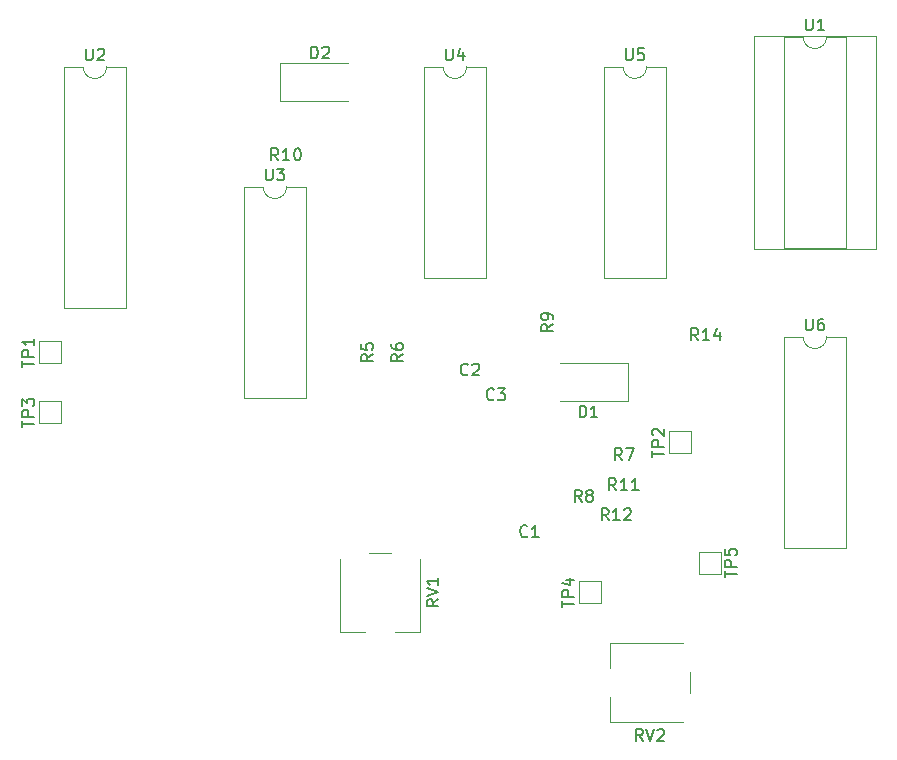
<source format=gbr>
%TF.GenerationSoftware,KiCad,Pcbnew,7.0.1*%
%TF.CreationDate,2023-04-06T21:37:19+03:00*%
%TF.ProjectId,BSPD,42535044-2e6b-4696-9361-645f70636258,rev?*%
%TF.SameCoordinates,Original*%
%TF.FileFunction,Legend,Top*%
%TF.FilePolarity,Positive*%
%FSLAX46Y46*%
G04 Gerber Fmt 4.6, Leading zero omitted, Abs format (unit mm)*
G04 Created by KiCad (PCBNEW 7.0.1) date 2023-04-06 21:37:19*
%MOMM*%
%LPD*%
G01*
G04 APERTURE LIST*
%ADD10C,0.150000*%
%ADD11C,0.120000*%
G04 APERTURE END LIST*
D10*
%TO.C,TP5*%
X72382619Y-59681904D02*
X72382619Y-59110476D01*
X73382619Y-59396190D02*
X72382619Y-59396190D01*
X73382619Y-58777142D02*
X72382619Y-58777142D01*
X72382619Y-58777142D02*
X72382619Y-58396190D01*
X72382619Y-58396190D02*
X72430238Y-58300952D01*
X72430238Y-58300952D02*
X72477857Y-58253333D01*
X72477857Y-58253333D02*
X72573095Y-58205714D01*
X72573095Y-58205714D02*
X72715952Y-58205714D01*
X72715952Y-58205714D02*
X72811190Y-58253333D01*
X72811190Y-58253333D02*
X72858809Y-58300952D01*
X72858809Y-58300952D02*
X72906428Y-58396190D01*
X72906428Y-58396190D02*
X72906428Y-58777142D01*
X72382619Y-57300952D02*
X72382619Y-57777142D01*
X72382619Y-57777142D02*
X72858809Y-57824761D01*
X72858809Y-57824761D02*
X72811190Y-57777142D01*
X72811190Y-57777142D02*
X72763571Y-57681904D01*
X72763571Y-57681904D02*
X72763571Y-57443809D01*
X72763571Y-57443809D02*
X72811190Y-57348571D01*
X72811190Y-57348571D02*
X72858809Y-57300952D01*
X72858809Y-57300952D02*
X72954047Y-57253333D01*
X72954047Y-57253333D02*
X73192142Y-57253333D01*
X73192142Y-57253333D02*
X73287380Y-57300952D01*
X73287380Y-57300952D02*
X73335000Y-57348571D01*
X73335000Y-57348571D02*
X73382619Y-57443809D01*
X73382619Y-57443809D02*
X73382619Y-57681904D01*
X73382619Y-57681904D02*
X73335000Y-57777142D01*
X73335000Y-57777142D02*
X73287380Y-57824761D01*
%TO.C,TP4*%
X58622619Y-62221904D02*
X58622619Y-61650476D01*
X59622619Y-61936190D02*
X58622619Y-61936190D01*
X59622619Y-61317142D02*
X58622619Y-61317142D01*
X58622619Y-61317142D02*
X58622619Y-60936190D01*
X58622619Y-60936190D02*
X58670238Y-60840952D01*
X58670238Y-60840952D02*
X58717857Y-60793333D01*
X58717857Y-60793333D02*
X58813095Y-60745714D01*
X58813095Y-60745714D02*
X58955952Y-60745714D01*
X58955952Y-60745714D02*
X59051190Y-60793333D01*
X59051190Y-60793333D02*
X59098809Y-60840952D01*
X59098809Y-60840952D02*
X59146428Y-60936190D01*
X59146428Y-60936190D02*
X59146428Y-61317142D01*
X58955952Y-59888571D02*
X59622619Y-59888571D01*
X58575000Y-60126666D02*
X59289285Y-60364761D01*
X59289285Y-60364761D02*
X59289285Y-59745714D01*
%TO.C,TP3*%
X12902619Y-46981904D02*
X12902619Y-46410476D01*
X13902619Y-46696190D02*
X12902619Y-46696190D01*
X13902619Y-46077142D02*
X12902619Y-46077142D01*
X12902619Y-46077142D02*
X12902619Y-45696190D01*
X12902619Y-45696190D02*
X12950238Y-45600952D01*
X12950238Y-45600952D02*
X12997857Y-45553333D01*
X12997857Y-45553333D02*
X13093095Y-45505714D01*
X13093095Y-45505714D02*
X13235952Y-45505714D01*
X13235952Y-45505714D02*
X13331190Y-45553333D01*
X13331190Y-45553333D02*
X13378809Y-45600952D01*
X13378809Y-45600952D02*
X13426428Y-45696190D01*
X13426428Y-45696190D02*
X13426428Y-46077142D01*
X12902619Y-45172380D02*
X12902619Y-44553333D01*
X12902619Y-44553333D02*
X13283571Y-44886666D01*
X13283571Y-44886666D02*
X13283571Y-44743809D01*
X13283571Y-44743809D02*
X13331190Y-44648571D01*
X13331190Y-44648571D02*
X13378809Y-44600952D01*
X13378809Y-44600952D02*
X13474047Y-44553333D01*
X13474047Y-44553333D02*
X13712142Y-44553333D01*
X13712142Y-44553333D02*
X13807380Y-44600952D01*
X13807380Y-44600952D02*
X13855000Y-44648571D01*
X13855000Y-44648571D02*
X13902619Y-44743809D01*
X13902619Y-44743809D02*
X13902619Y-45029523D01*
X13902619Y-45029523D02*
X13855000Y-45124761D01*
X13855000Y-45124761D02*
X13807380Y-45172380D01*
%TO.C,TP2*%
X66242619Y-49521904D02*
X66242619Y-48950476D01*
X67242619Y-49236190D02*
X66242619Y-49236190D01*
X67242619Y-48617142D02*
X66242619Y-48617142D01*
X66242619Y-48617142D02*
X66242619Y-48236190D01*
X66242619Y-48236190D02*
X66290238Y-48140952D01*
X66290238Y-48140952D02*
X66337857Y-48093333D01*
X66337857Y-48093333D02*
X66433095Y-48045714D01*
X66433095Y-48045714D02*
X66575952Y-48045714D01*
X66575952Y-48045714D02*
X66671190Y-48093333D01*
X66671190Y-48093333D02*
X66718809Y-48140952D01*
X66718809Y-48140952D02*
X66766428Y-48236190D01*
X66766428Y-48236190D02*
X66766428Y-48617142D01*
X66337857Y-47664761D02*
X66290238Y-47617142D01*
X66290238Y-47617142D02*
X66242619Y-47521904D01*
X66242619Y-47521904D02*
X66242619Y-47283809D01*
X66242619Y-47283809D02*
X66290238Y-47188571D01*
X66290238Y-47188571D02*
X66337857Y-47140952D01*
X66337857Y-47140952D02*
X66433095Y-47093333D01*
X66433095Y-47093333D02*
X66528333Y-47093333D01*
X66528333Y-47093333D02*
X66671190Y-47140952D01*
X66671190Y-47140952D02*
X67242619Y-47712380D01*
X67242619Y-47712380D02*
X67242619Y-47093333D01*
%TO.C,TP1*%
X12902619Y-41901904D02*
X12902619Y-41330476D01*
X13902619Y-41616190D02*
X12902619Y-41616190D01*
X13902619Y-40997142D02*
X12902619Y-40997142D01*
X12902619Y-40997142D02*
X12902619Y-40616190D01*
X12902619Y-40616190D02*
X12950238Y-40520952D01*
X12950238Y-40520952D02*
X12997857Y-40473333D01*
X12997857Y-40473333D02*
X13093095Y-40425714D01*
X13093095Y-40425714D02*
X13235952Y-40425714D01*
X13235952Y-40425714D02*
X13331190Y-40473333D01*
X13331190Y-40473333D02*
X13378809Y-40520952D01*
X13378809Y-40520952D02*
X13426428Y-40616190D01*
X13426428Y-40616190D02*
X13426428Y-40997142D01*
X13902619Y-39473333D02*
X13902619Y-40044761D01*
X13902619Y-39759047D02*
X12902619Y-39759047D01*
X12902619Y-39759047D02*
X13045476Y-39854285D01*
X13045476Y-39854285D02*
X13140714Y-39949523D01*
X13140714Y-39949523D02*
X13188333Y-40044761D01*
%TO.C,U1*%
X79248095Y-12372619D02*
X79248095Y-13182142D01*
X79248095Y-13182142D02*
X79295714Y-13277380D01*
X79295714Y-13277380D02*
X79343333Y-13325000D01*
X79343333Y-13325000D02*
X79438571Y-13372619D01*
X79438571Y-13372619D02*
X79629047Y-13372619D01*
X79629047Y-13372619D02*
X79724285Y-13325000D01*
X79724285Y-13325000D02*
X79771904Y-13277380D01*
X79771904Y-13277380D02*
X79819523Y-13182142D01*
X79819523Y-13182142D02*
X79819523Y-12372619D01*
X80819523Y-13372619D02*
X80248095Y-13372619D01*
X80533809Y-13372619D02*
X80533809Y-12372619D01*
X80533809Y-12372619D02*
X80438571Y-12515476D01*
X80438571Y-12515476D02*
X80343333Y-12610714D01*
X80343333Y-12610714D02*
X80248095Y-12658333D01*
%TO.C,C2*%
X50633333Y-42497380D02*
X50585714Y-42545000D01*
X50585714Y-42545000D02*
X50442857Y-42592619D01*
X50442857Y-42592619D02*
X50347619Y-42592619D01*
X50347619Y-42592619D02*
X50204762Y-42545000D01*
X50204762Y-42545000D02*
X50109524Y-42449761D01*
X50109524Y-42449761D02*
X50061905Y-42354523D01*
X50061905Y-42354523D02*
X50014286Y-42164047D01*
X50014286Y-42164047D02*
X50014286Y-42021190D01*
X50014286Y-42021190D02*
X50061905Y-41830714D01*
X50061905Y-41830714D02*
X50109524Y-41735476D01*
X50109524Y-41735476D02*
X50204762Y-41640238D01*
X50204762Y-41640238D02*
X50347619Y-41592619D01*
X50347619Y-41592619D02*
X50442857Y-41592619D01*
X50442857Y-41592619D02*
X50585714Y-41640238D01*
X50585714Y-41640238D02*
X50633333Y-41687857D01*
X51014286Y-41687857D02*
X51061905Y-41640238D01*
X51061905Y-41640238D02*
X51157143Y-41592619D01*
X51157143Y-41592619D02*
X51395238Y-41592619D01*
X51395238Y-41592619D02*
X51490476Y-41640238D01*
X51490476Y-41640238D02*
X51538095Y-41687857D01*
X51538095Y-41687857D02*
X51585714Y-41783095D01*
X51585714Y-41783095D02*
X51585714Y-41878333D01*
X51585714Y-41878333D02*
X51538095Y-42021190D01*
X51538095Y-42021190D02*
X50966667Y-42592619D01*
X50966667Y-42592619D02*
X51585714Y-42592619D01*
%TO.C,RV1*%
X48142619Y-61555238D02*
X47666428Y-61888571D01*
X48142619Y-62126666D02*
X47142619Y-62126666D01*
X47142619Y-62126666D02*
X47142619Y-61745714D01*
X47142619Y-61745714D02*
X47190238Y-61650476D01*
X47190238Y-61650476D02*
X47237857Y-61602857D01*
X47237857Y-61602857D02*
X47333095Y-61555238D01*
X47333095Y-61555238D02*
X47475952Y-61555238D01*
X47475952Y-61555238D02*
X47571190Y-61602857D01*
X47571190Y-61602857D02*
X47618809Y-61650476D01*
X47618809Y-61650476D02*
X47666428Y-61745714D01*
X47666428Y-61745714D02*
X47666428Y-62126666D01*
X47142619Y-61269523D02*
X48142619Y-60936190D01*
X48142619Y-60936190D02*
X47142619Y-60602857D01*
X48142619Y-59745714D02*
X48142619Y-60317142D01*
X48142619Y-60031428D02*
X47142619Y-60031428D01*
X47142619Y-60031428D02*
X47285476Y-60126666D01*
X47285476Y-60126666D02*
X47380714Y-60221904D01*
X47380714Y-60221904D02*
X47428333Y-60317142D01*
%TO.C,R14*%
X70132142Y-39612619D02*
X69798809Y-39136428D01*
X69560714Y-39612619D02*
X69560714Y-38612619D01*
X69560714Y-38612619D02*
X69941666Y-38612619D01*
X69941666Y-38612619D02*
X70036904Y-38660238D01*
X70036904Y-38660238D02*
X70084523Y-38707857D01*
X70084523Y-38707857D02*
X70132142Y-38803095D01*
X70132142Y-38803095D02*
X70132142Y-38945952D01*
X70132142Y-38945952D02*
X70084523Y-39041190D01*
X70084523Y-39041190D02*
X70036904Y-39088809D01*
X70036904Y-39088809D02*
X69941666Y-39136428D01*
X69941666Y-39136428D02*
X69560714Y-39136428D01*
X71084523Y-39612619D02*
X70513095Y-39612619D01*
X70798809Y-39612619D02*
X70798809Y-38612619D01*
X70798809Y-38612619D02*
X70703571Y-38755476D01*
X70703571Y-38755476D02*
X70608333Y-38850714D01*
X70608333Y-38850714D02*
X70513095Y-38898333D01*
X71941666Y-38945952D02*
X71941666Y-39612619D01*
X71703571Y-38565000D02*
X71465476Y-39279285D01*
X71465476Y-39279285D02*
X72084523Y-39279285D01*
%TO.C,U3*%
X33528095Y-25072619D02*
X33528095Y-25882142D01*
X33528095Y-25882142D02*
X33575714Y-25977380D01*
X33575714Y-25977380D02*
X33623333Y-26025000D01*
X33623333Y-26025000D02*
X33718571Y-26072619D01*
X33718571Y-26072619D02*
X33909047Y-26072619D01*
X33909047Y-26072619D02*
X34004285Y-26025000D01*
X34004285Y-26025000D02*
X34051904Y-25977380D01*
X34051904Y-25977380D02*
X34099523Y-25882142D01*
X34099523Y-25882142D02*
X34099523Y-25072619D01*
X34480476Y-25072619D02*
X35099523Y-25072619D01*
X35099523Y-25072619D02*
X34766190Y-25453571D01*
X34766190Y-25453571D02*
X34909047Y-25453571D01*
X34909047Y-25453571D02*
X35004285Y-25501190D01*
X35004285Y-25501190D02*
X35051904Y-25548809D01*
X35051904Y-25548809D02*
X35099523Y-25644047D01*
X35099523Y-25644047D02*
X35099523Y-25882142D01*
X35099523Y-25882142D02*
X35051904Y-25977380D01*
X35051904Y-25977380D02*
X35004285Y-26025000D01*
X35004285Y-26025000D02*
X34909047Y-26072619D01*
X34909047Y-26072619D02*
X34623333Y-26072619D01*
X34623333Y-26072619D02*
X34528095Y-26025000D01*
X34528095Y-26025000D02*
X34480476Y-25977380D01*
%TO.C,R12*%
X62537142Y-54852619D02*
X62203809Y-54376428D01*
X61965714Y-54852619D02*
X61965714Y-53852619D01*
X61965714Y-53852619D02*
X62346666Y-53852619D01*
X62346666Y-53852619D02*
X62441904Y-53900238D01*
X62441904Y-53900238D02*
X62489523Y-53947857D01*
X62489523Y-53947857D02*
X62537142Y-54043095D01*
X62537142Y-54043095D02*
X62537142Y-54185952D01*
X62537142Y-54185952D02*
X62489523Y-54281190D01*
X62489523Y-54281190D02*
X62441904Y-54328809D01*
X62441904Y-54328809D02*
X62346666Y-54376428D01*
X62346666Y-54376428D02*
X61965714Y-54376428D01*
X63489523Y-54852619D02*
X62918095Y-54852619D01*
X63203809Y-54852619D02*
X63203809Y-53852619D01*
X63203809Y-53852619D02*
X63108571Y-53995476D01*
X63108571Y-53995476D02*
X63013333Y-54090714D01*
X63013333Y-54090714D02*
X62918095Y-54138333D01*
X63870476Y-53947857D02*
X63918095Y-53900238D01*
X63918095Y-53900238D02*
X64013333Y-53852619D01*
X64013333Y-53852619D02*
X64251428Y-53852619D01*
X64251428Y-53852619D02*
X64346666Y-53900238D01*
X64346666Y-53900238D02*
X64394285Y-53947857D01*
X64394285Y-53947857D02*
X64441904Y-54043095D01*
X64441904Y-54043095D02*
X64441904Y-54138333D01*
X64441904Y-54138333D02*
X64394285Y-54281190D01*
X64394285Y-54281190D02*
X63822857Y-54852619D01*
X63822857Y-54852619D02*
X64441904Y-54852619D01*
%TO.C,U4*%
X48768095Y-14912619D02*
X48768095Y-15722142D01*
X48768095Y-15722142D02*
X48815714Y-15817380D01*
X48815714Y-15817380D02*
X48863333Y-15865000D01*
X48863333Y-15865000D02*
X48958571Y-15912619D01*
X48958571Y-15912619D02*
X49149047Y-15912619D01*
X49149047Y-15912619D02*
X49244285Y-15865000D01*
X49244285Y-15865000D02*
X49291904Y-15817380D01*
X49291904Y-15817380D02*
X49339523Y-15722142D01*
X49339523Y-15722142D02*
X49339523Y-14912619D01*
X50244285Y-15245952D02*
X50244285Y-15912619D01*
X50006190Y-14865000D02*
X49768095Y-15579285D01*
X49768095Y-15579285D02*
X50387142Y-15579285D01*
%TO.C,U2*%
X18288095Y-14912619D02*
X18288095Y-15722142D01*
X18288095Y-15722142D02*
X18335714Y-15817380D01*
X18335714Y-15817380D02*
X18383333Y-15865000D01*
X18383333Y-15865000D02*
X18478571Y-15912619D01*
X18478571Y-15912619D02*
X18669047Y-15912619D01*
X18669047Y-15912619D02*
X18764285Y-15865000D01*
X18764285Y-15865000D02*
X18811904Y-15817380D01*
X18811904Y-15817380D02*
X18859523Y-15722142D01*
X18859523Y-15722142D02*
X18859523Y-14912619D01*
X19288095Y-15007857D02*
X19335714Y-14960238D01*
X19335714Y-14960238D02*
X19430952Y-14912619D01*
X19430952Y-14912619D02*
X19669047Y-14912619D01*
X19669047Y-14912619D02*
X19764285Y-14960238D01*
X19764285Y-14960238D02*
X19811904Y-15007857D01*
X19811904Y-15007857D02*
X19859523Y-15103095D01*
X19859523Y-15103095D02*
X19859523Y-15198333D01*
X19859523Y-15198333D02*
X19811904Y-15341190D01*
X19811904Y-15341190D02*
X19240476Y-15912619D01*
X19240476Y-15912619D02*
X19859523Y-15912619D01*
%TO.C,U6*%
X79248095Y-37772619D02*
X79248095Y-38582142D01*
X79248095Y-38582142D02*
X79295714Y-38677380D01*
X79295714Y-38677380D02*
X79343333Y-38725000D01*
X79343333Y-38725000D02*
X79438571Y-38772619D01*
X79438571Y-38772619D02*
X79629047Y-38772619D01*
X79629047Y-38772619D02*
X79724285Y-38725000D01*
X79724285Y-38725000D02*
X79771904Y-38677380D01*
X79771904Y-38677380D02*
X79819523Y-38582142D01*
X79819523Y-38582142D02*
X79819523Y-37772619D01*
X80724285Y-37772619D02*
X80533809Y-37772619D01*
X80533809Y-37772619D02*
X80438571Y-37820238D01*
X80438571Y-37820238D02*
X80390952Y-37867857D01*
X80390952Y-37867857D02*
X80295714Y-38010714D01*
X80295714Y-38010714D02*
X80248095Y-38201190D01*
X80248095Y-38201190D02*
X80248095Y-38582142D01*
X80248095Y-38582142D02*
X80295714Y-38677380D01*
X80295714Y-38677380D02*
X80343333Y-38725000D01*
X80343333Y-38725000D02*
X80438571Y-38772619D01*
X80438571Y-38772619D02*
X80629047Y-38772619D01*
X80629047Y-38772619D02*
X80724285Y-38725000D01*
X80724285Y-38725000D02*
X80771904Y-38677380D01*
X80771904Y-38677380D02*
X80819523Y-38582142D01*
X80819523Y-38582142D02*
X80819523Y-38344047D01*
X80819523Y-38344047D02*
X80771904Y-38248809D01*
X80771904Y-38248809D02*
X80724285Y-38201190D01*
X80724285Y-38201190D02*
X80629047Y-38153571D01*
X80629047Y-38153571D02*
X80438571Y-38153571D01*
X80438571Y-38153571D02*
X80343333Y-38201190D01*
X80343333Y-38201190D02*
X80295714Y-38248809D01*
X80295714Y-38248809D02*
X80248095Y-38344047D01*
%TO.C,R10*%
X34572142Y-24372619D02*
X34238809Y-23896428D01*
X34000714Y-24372619D02*
X34000714Y-23372619D01*
X34000714Y-23372619D02*
X34381666Y-23372619D01*
X34381666Y-23372619D02*
X34476904Y-23420238D01*
X34476904Y-23420238D02*
X34524523Y-23467857D01*
X34524523Y-23467857D02*
X34572142Y-23563095D01*
X34572142Y-23563095D02*
X34572142Y-23705952D01*
X34572142Y-23705952D02*
X34524523Y-23801190D01*
X34524523Y-23801190D02*
X34476904Y-23848809D01*
X34476904Y-23848809D02*
X34381666Y-23896428D01*
X34381666Y-23896428D02*
X34000714Y-23896428D01*
X35524523Y-24372619D02*
X34953095Y-24372619D01*
X35238809Y-24372619D02*
X35238809Y-23372619D01*
X35238809Y-23372619D02*
X35143571Y-23515476D01*
X35143571Y-23515476D02*
X35048333Y-23610714D01*
X35048333Y-23610714D02*
X34953095Y-23658333D01*
X36143571Y-23372619D02*
X36238809Y-23372619D01*
X36238809Y-23372619D02*
X36334047Y-23420238D01*
X36334047Y-23420238D02*
X36381666Y-23467857D01*
X36381666Y-23467857D02*
X36429285Y-23563095D01*
X36429285Y-23563095D02*
X36476904Y-23753571D01*
X36476904Y-23753571D02*
X36476904Y-23991666D01*
X36476904Y-23991666D02*
X36429285Y-24182142D01*
X36429285Y-24182142D02*
X36381666Y-24277380D01*
X36381666Y-24277380D02*
X36334047Y-24325000D01*
X36334047Y-24325000D02*
X36238809Y-24372619D01*
X36238809Y-24372619D02*
X36143571Y-24372619D01*
X36143571Y-24372619D02*
X36048333Y-24325000D01*
X36048333Y-24325000D02*
X36000714Y-24277380D01*
X36000714Y-24277380D02*
X35953095Y-24182142D01*
X35953095Y-24182142D02*
X35905476Y-23991666D01*
X35905476Y-23991666D02*
X35905476Y-23753571D01*
X35905476Y-23753571D02*
X35953095Y-23563095D01*
X35953095Y-23563095D02*
X36000714Y-23467857D01*
X36000714Y-23467857D02*
X36048333Y-23420238D01*
X36048333Y-23420238D02*
X36143571Y-23372619D01*
%TO.C,D2*%
X37361905Y-15742619D02*
X37361905Y-14742619D01*
X37361905Y-14742619D02*
X37600000Y-14742619D01*
X37600000Y-14742619D02*
X37742857Y-14790238D01*
X37742857Y-14790238D02*
X37838095Y-14885476D01*
X37838095Y-14885476D02*
X37885714Y-14980714D01*
X37885714Y-14980714D02*
X37933333Y-15171190D01*
X37933333Y-15171190D02*
X37933333Y-15314047D01*
X37933333Y-15314047D02*
X37885714Y-15504523D01*
X37885714Y-15504523D02*
X37838095Y-15599761D01*
X37838095Y-15599761D02*
X37742857Y-15695000D01*
X37742857Y-15695000D02*
X37600000Y-15742619D01*
X37600000Y-15742619D02*
X37361905Y-15742619D01*
X38314286Y-14837857D02*
X38361905Y-14790238D01*
X38361905Y-14790238D02*
X38457143Y-14742619D01*
X38457143Y-14742619D02*
X38695238Y-14742619D01*
X38695238Y-14742619D02*
X38790476Y-14790238D01*
X38790476Y-14790238D02*
X38838095Y-14837857D01*
X38838095Y-14837857D02*
X38885714Y-14933095D01*
X38885714Y-14933095D02*
X38885714Y-15028333D01*
X38885714Y-15028333D02*
X38838095Y-15171190D01*
X38838095Y-15171190D02*
X38266667Y-15742619D01*
X38266667Y-15742619D02*
X38885714Y-15742619D01*
%TO.C,C1*%
X55671421Y-56187380D02*
X55623802Y-56235000D01*
X55623802Y-56235000D02*
X55480945Y-56282619D01*
X55480945Y-56282619D02*
X55385707Y-56282619D01*
X55385707Y-56282619D02*
X55242850Y-56235000D01*
X55242850Y-56235000D02*
X55147612Y-56139761D01*
X55147612Y-56139761D02*
X55099993Y-56044523D01*
X55099993Y-56044523D02*
X55052374Y-55854047D01*
X55052374Y-55854047D02*
X55052374Y-55711190D01*
X55052374Y-55711190D02*
X55099993Y-55520714D01*
X55099993Y-55520714D02*
X55147612Y-55425476D01*
X55147612Y-55425476D02*
X55242850Y-55330238D01*
X55242850Y-55330238D02*
X55385707Y-55282619D01*
X55385707Y-55282619D02*
X55480945Y-55282619D01*
X55480945Y-55282619D02*
X55623802Y-55330238D01*
X55623802Y-55330238D02*
X55671421Y-55377857D01*
X56623802Y-56282619D02*
X56052374Y-56282619D01*
X56338088Y-56282619D02*
X56338088Y-55282619D01*
X56338088Y-55282619D02*
X56242850Y-55425476D01*
X56242850Y-55425476D02*
X56147612Y-55520714D01*
X56147612Y-55520714D02*
X56052374Y-55568333D01*
%TO.C,R5*%
X42592619Y-40806666D02*
X42116428Y-41139999D01*
X42592619Y-41378094D02*
X41592619Y-41378094D01*
X41592619Y-41378094D02*
X41592619Y-40997142D01*
X41592619Y-40997142D02*
X41640238Y-40901904D01*
X41640238Y-40901904D02*
X41687857Y-40854285D01*
X41687857Y-40854285D02*
X41783095Y-40806666D01*
X41783095Y-40806666D02*
X41925952Y-40806666D01*
X41925952Y-40806666D02*
X42021190Y-40854285D01*
X42021190Y-40854285D02*
X42068809Y-40901904D01*
X42068809Y-40901904D02*
X42116428Y-40997142D01*
X42116428Y-40997142D02*
X42116428Y-41378094D01*
X41592619Y-39901904D02*
X41592619Y-40378094D01*
X41592619Y-40378094D02*
X42068809Y-40425713D01*
X42068809Y-40425713D02*
X42021190Y-40378094D01*
X42021190Y-40378094D02*
X41973571Y-40282856D01*
X41973571Y-40282856D02*
X41973571Y-40044761D01*
X41973571Y-40044761D02*
X42021190Y-39949523D01*
X42021190Y-39949523D02*
X42068809Y-39901904D01*
X42068809Y-39901904D02*
X42164047Y-39854285D01*
X42164047Y-39854285D02*
X42402142Y-39854285D01*
X42402142Y-39854285D02*
X42497380Y-39901904D01*
X42497380Y-39901904D02*
X42545000Y-39949523D01*
X42545000Y-39949523D02*
X42592619Y-40044761D01*
X42592619Y-40044761D02*
X42592619Y-40282856D01*
X42592619Y-40282856D02*
X42545000Y-40378094D01*
X42545000Y-40378094D02*
X42497380Y-40425713D01*
%TO.C,C3*%
X52828333Y-44597380D02*
X52780714Y-44645000D01*
X52780714Y-44645000D02*
X52637857Y-44692619D01*
X52637857Y-44692619D02*
X52542619Y-44692619D01*
X52542619Y-44692619D02*
X52399762Y-44645000D01*
X52399762Y-44645000D02*
X52304524Y-44549761D01*
X52304524Y-44549761D02*
X52256905Y-44454523D01*
X52256905Y-44454523D02*
X52209286Y-44264047D01*
X52209286Y-44264047D02*
X52209286Y-44121190D01*
X52209286Y-44121190D02*
X52256905Y-43930714D01*
X52256905Y-43930714D02*
X52304524Y-43835476D01*
X52304524Y-43835476D02*
X52399762Y-43740238D01*
X52399762Y-43740238D02*
X52542619Y-43692619D01*
X52542619Y-43692619D02*
X52637857Y-43692619D01*
X52637857Y-43692619D02*
X52780714Y-43740238D01*
X52780714Y-43740238D02*
X52828333Y-43787857D01*
X53161667Y-43692619D02*
X53780714Y-43692619D01*
X53780714Y-43692619D02*
X53447381Y-44073571D01*
X53447381Y-44073571D02*
X53590238Y-44073571D01*
X53590238Y-44073571D02*
X53685476Y-44121190D01*
X53685476Y-44121190D02*
X53733095Y-44168809D01*
X53733095Y-44168809D02*
X53780714Y-44264047D01*
X53780714Y-44264047D02*
X53780714Y-44502142D01*
X53780714Y-44502142D02*
X53733095Y-44597380D01*
X53733095Y-44597380D02*
X53685476Y-44645000D01*
X53685476Y-44645000D02*
X53590238Y-44692619D01*
X53590238Y-44692619D02*
X53304524Y-44692619D01*
X53304524Y-44692619D02*
X53209286Y-44645000D01*
X53209286Y-44645000D02*
X53161667Y-44597380D01*
%TO.C,D1*%
X60081905Y-46142619D02*
X60081905Y-45142619D01*
X60081905Y-45142619D02*
X60320000Y-45142619D01*
X60320000Y-45142619D02*
X60462857Y-45190238D01*
X60462857Y-45190238D02*
X60558095Y-45285476D01*
X60558095Y-45285476D02*
X60605714Y-45380714D01*
X60605714Y-45380714D02*
X60653333Y-45571190D01*
X60653333Y-45571190D02*
X60653333Y-45714047D01*
X60653333Y-45714047D02*
X60605714Y-45904523D01*
X60605714Y-45904523D02*
X60558095Y-45999761D01*
X60558095Y-45999761D02*
X60462857Y-46095000D01*
X60462857Y-46095000D02*
X60320000Y-46142619D01*
X60320000Y-46142619D02*
X60081905Y-46142619D01*
X61605714Y-46142619D02*
X61034286Y-46142619D01*
X61320000Y-46142619D02*
X61320000Y-45142619D01*
X61320000Y-45142619D02*
X61224762Y-45285476D01*
X61224762Y-45285476D02*
X61129524Y-45380714D01*
X61129524Y-45380714D02*
X61034286Y-45428333D01*
%TO.C,RV2*%
X65444761Y-73542619D02*
X65111428Y-73066428D01*
X64873333Y-73542619D02*
X64873333Y-72542619D01*
X64873333Y-72542619D02*
X65254285Y-72542619D01*
X65254285Y-72542619D02*
X65349523Y-72590238D01*
X65349523Y-72590238D02*
X65397142Y-72637857D01*
X65397142Y-72637857D02*
X65444761Y-72733095D01*
X65444761Y-72733095D02*
X65444761Y-72875952D01*
X65444761Y-72875952D02*
X65397142Y-72971190D01*
X65397142Y-72971190D02*
X65349523Y-73018809D01*
X65349523Y-73018809D02*
X65254285Y-73066428D01*
X65254285Y-73066428D02*
X64873333Y-73066428D01*
X65730476Y-72542619D02*
X66063809Y-73542619D01*
X66063809Y-73542619D02*
X66397142Y-72542619D01*
X66682857Y-72637857D02*
X66730476Y-72590238D01*
X66730476Y-72590238D02*
X66825714Y-72542619D01*
X66825714Y-72542619D02*
X67063809Y-72542619D01*
X67063809Y-72542619D02*
X67159047Y-72590238D01*
X67159047Y-72590238D02*
X67206666Y-72637857D01*
X67206666Y-72637857D02*
X67254285Y-72733095D01*
X67254285Y-72733095D02*
X67254285Y-72828333D01*
X67254285Y-72828333D02*
X67206666Y-72971190D01*
X67206666Y-72971190D02*
X66635238Y-73542619D01*
X66635238Y-73542619D02*
X67254285Y-73542619D01*
%TO.C,R11*%
X63177142Y-52312619D02*
X62843809Y-51836428D01*
X62605714Y-52312619D02*
X62605714Y-51312619D01*
X62605714Y-51312619D02*
X62986666Y-51312619D01*
X62986666Y-51312619D02*
X63081904Y-51360238D01*
X63081904Y-51360238D02*
X63129523Y-51407857D01*
X63129523Y-51407857D02*
X63177142Y-51503095D01*
X63177142Y-51503095D02*
X63177142Y-51645952D01*
X63177142Y-51645952D02*
X63129523Y-51741190D01*
X63129523Y-51741190D02*
X63081904Y-51788809D01*
X63081904Y-51788809D02*
X62986666Y-51836428D01*
X62986666Y-51836428D02*
X62605714Y-51836428D01*
X64129523Y-52312619D02*
X63558095Y-52312619D01*
X63843809Y-52312619D02*
X63843809Y-51312619D01*
X63843809Y-51312619D02*
X63748571Y-51455476D01*
X63748571Y-51455476D02*
X63653333Y-51550714D01*
X63653333Y-51550714D02*
X63558095Y-51598333D01*
X65081904Y-52312619D02*
X64510476Y-52312619D01*
X64796190Y-52312619D02*
X64796190Y-51312619D01*
X64796190Y-51312619D02*
X64700952Y-51455476D01*
X64700952Y-51455476D02*
X64605714Y-51550714D01*
X64605714Y-51550714D02*
X64510476Y-51598333D01*
%TO.C,R9*%
X57832619Y-38266666D02*
X57356428Y-38599999D01*
X57832619Y-38838094D02*
X56832619Y-38838094D01*
X56832619Y-38838094D02*
X56832619Y-38457142D01*
X56832619Y-38457142D02*
X56880238Y-38361904D01*
X56880238Y-38361904D02*
X56927857Y-38314285D01*
X56927857Y-38314285D02*
X57023095Y-38266666D01*
X57023095Y-38266666D02*
X57165952Y-38266666D01*
X57165952Y-38266666D02*
X57261190Y-38314285D01*
X57261190Y-38314285D02*
X57308809Y-38361904D01*
X57308809Y-38361904D02*
X57356428Y-38457142D01*
X57356428Y-38457142D02*
X57356428Y-38838094D01*
X57832619Y-37790475D02*
X57832619Y-37599999D01*
X57832619Y-37599999D02*
X57785000Y-37504761D01*
X57785000Y-37504761D02*
X57737380Y-37457142D01*
X57737380Y-37457142D02*
X57594523Y-37361904D01*
X57594523Y-37361904D02*
X57404047Y-37314285D01*
X57404047Y-37314285D02*
X57023095Y-37314285D01*
X57023095Y-37314285D02*
X56927857Y-37361904D01*
X56927857Y-37361904D02*
X56880238Y-37409523D01*
X56880238Y-37409523D02*
X56832619Y-37504761D01*
X56832619Y-37504761D02*
X56832619Y-37695237D01*
X56832619Y-37695237D02*
X56880238Y-37790475D01*
X56880238Y-37790475D02*
X56927857Y-37838094D01*
X56927857Y-37838094D02*
X57023095Y-37885713D01*
X57023095Y-37885713D02*
X57261190Y-37885713D01*
X57261190Y-37885713D02*
X57356428Y-37838094D01*
X57356428Y-37838094D02*
X57404047Y-37790475D01*
X57404047Y-37790475D02*
X57451666Y-37695237D01*
X57451666Y-37695237D02*
X57451666Y-37504761D01*
X57451666Y-37504761D02*
X57404047Y-37409523D01*
X57404047Y-37409523D02*
X57356428Y-37361904D01*
X57356428Y-37361904D02*
X57261190Y-37314285D01*
%TO.C,R6*%
X45132619Y-40806666D02*
X44656428Y-41139999D01*
X45132619Y-41378094D02*
X44132619Y-41378094D01*
X44132619Y-41378094D02*
X44132619Y-40997142D01*
X44132619Y-40997142D02*
X44180238Y-40901904D01*
X44180238Y-40901904D02*
X44227857Y-40854285D01*
X44227857Y-40854285D02*
X44323095Y-40806666D01*
X44323095Y-40806666D02*
X44465952Y-40806666D01*
X44465952Y-40806666D02*
X44561190Y-40854285D01*
X44561190Y-40854285D02*
X44608809Y-40901904D01*
X44608809Y-40901904D02*
X44656428Y-40997142D01*
X44656428Y-40997142D02*
X44656428Y-41378094D01*
X44132619Y-39949523D02*
X44132619Y-40139999D01*
X44132619Y-40139999D02*
X44180238Y-40235237D01*
X44180238Y-40235237D02*
X44227857Y-40282856D01*
X44227857Y-40282856D02*
X44370714Y-40378094D01*
X44370714Y-40378094D02*
X44561190Y-40425713D01*
X44561190Y-40425713D02*
X44942142Y-40425713D01*
X44942142Y-40425713D02*
X45037380Y-40378094D01*
X45037380Y-40378094D02*
X45085000Y-40330475D01*
X45085000Y-40330475D02*
X45132619Y-40235237D01*
X45132619Y-40235237D02*
X45132619Y-40044761D01*
X45132619Y-40044761D02*
X45085000Y-39949523D01*
X45085000Y-39949523D02*
X45037380Y-39901904D01*
X45037380Y-39901904D02*
X44942142Y-39854285D01*
X44942142Y-39854285D02*
X44704047Y-39854285D01*
X44704047Y-39854285D02*
X44608809Y-39901904D01*
X44608809Y-39901904D02*
X44561190Y-39949523D01*
X44561190Y-39949523D02*
X44513571Y-40044761D01*
X44513571Y-40044761D02*
X44513571Y-40235237D01*
X44513571Y-40235237D02*
X44561190Y-40330475D01*
X44561190Y-40330475D02*
X44608809Y-40378094D01*
X44608809Y-40378094D02*
X44704047Y-40425713D01*
%TO.C,U5*%
X64008095Y-14907619D02*
X64008095Y-15717142D01*
X64008095Y-15717142D02*
X64055714Y-15812380D01*
X64055714Y-15812380D02*
X64103333Y-15860000D01*
X64103333Y-15860000D02*
X64198571Y-15907619D01*
X64198571Y-15907619D02*
X64389047Y-15907619D01*
X64389047Y-15907619D02*
X64484285Y-15860000D01*
X64484285Y-15860000D02*
X64531904Y-15812380D01*
X64531904Y-15812380D02*
X64579523Y-15717142D01*
X64579523Y-15717142D02*
X64579523Y-14907619D01*
X65531904Y-14907619D02*
X65055714Y-14907619D01*
X65055714Y-14907619D02*
X65008095Y-15383809D01*
X65008095Y-15383809D02*
X65055714Y-15336190D01*
X65055714Y-15336190D02*
X65150952Y-15288571D01*
X65150952Y-15288571D02*
X65389047Y-15288571D01*
X65389047Y-15288571D02*
X65484285Y-15336190D01*
X65484285Y-15336190D02*
X65531904Y-15383809D01*
X65531904Y-15383809D02*
X65579523Y-15479047D01*
X65579523Y-15479047D02*
X65579523Y-15717142D01*
X65579523Y-15717142D02*
X65531904Y-15812380D01*
X65531904Y-15812380D02*
X65484285Y-15860000D01*
X65484285Y-15860000D02*
X65389047Y-15907619D01*
X65389047Y-15907619D02*
X65150952Y-15907619D01*
X65150952Y-15907619D02*
X65055714Y-15860000D01*
X65055714Y-15860000D02*
X65008095Y-15812380D01*
%TO.C,R8*%
X60268909Y-53302619D02*
X59935576Y-52826428D01*
X59697481Y-53302619D02*
X59697481Y-52302619D01*
X59697481Y-52302619D02*
X60078433Y-52302619D01*
X60078433Y-52302619D02*
X60173671Y-52350238D01*
X60173671Y-52350238D02*
X60221290Y-52397857D01*
X60221290Y-52397857D02*
X60268909Y-52493095D01*
X60268909Y-52493095D02*
X60268909Y-52635952D01*
X60268909Y-52635952D02*
X60221290Y-52731190D01*
X60221290Y-52731190D02*
X60173671Y-52778809D01*
X60173671Y-52778809D02*
X60078433Y-52826428D01*
X60078433Y-52826428D02*
X59697481Y-52826428D01*
X60840338Y-52731190D02*
X60745100Y-52683571D01*
X60745100Y-52683571D02*
X60697481Y-52635952D01*
X60697481Y-52635952D02*
X60649862Y-52540714D01*
X60649862Y-52540714D02*
X60649862Y-52493095D01*
X60649862Y-52493095D02*
X60697481Y-52397857D01*
X60697481Y-52397857D02*
X60745100Y-52350238D01*
X60745100Y-52350238D02*
X60840338Y-52302619D01*
X60840338Y-52302619D02*
X61030814Y-52302619D01*
X61030814Y-52302619D02*
X61126052Y-52350238D01*
X61126052Y-52350238D02*
X61173671Y-52397857D01*
X61173671Y-52397857D02*
X61221290Y-52493095D01*
X61221290Y-52493095D02*
X61221290Y-52540714D01*
X61221290Y-52540714D02*
X61173671Y-52635952D01*
X61173671Y-52635952D02*
X61126052Y-52683571D01*
X61126052Y-52683571D02*
X61030814Y-52731190D01*
X61030814Y-52731190D02*
X60840338Y-52731190D01*
X60840338Y-52731190D02*
X60745100Y-52778809D01*
X60745100Y-52778809D02*
X60697481Y-52826428D01*
X60697481Y-52826428D02*
X60649862Y-52921666D01*
X60649862Y-52921666D02*
X60649862Y-53112142D01*
X60649862Y-53112142D02*
X60697481Y-53207380D01*
X60697481Y-53207380D02*
X60745100Y-53255000D01*
X60745100Y-53255000D02*
X60840338Y-53302619D01*
X60840338Y-53302619D02*
X61030814Y-53302619D01*
X61030814Y-53302619D02*
X61126052Y-53255000D01*
X61126052Y-53255000D02*
X61173671Y-53207380D01*
X61173671Y-53207380D02*
X61221290Y-53112142D01*
X61221290Y-53112142D02*
X61221290Y-52921666D01*
X61221290Y-52921666D02*
X61173671Y-52826428D01*
X61173671Y-52826428D02*
X61126052Y-52778809D01*
X61126052Y-52778809D02*
X61030814Y-52731190D01*
%TO.C,R7*%
X63678333Y-49772619D02*
X63345000Y-49296428D01*
X63106905Y-49772619D02*
X63106905Y-48772619D01*
X63106905Y-48772619D02*
X63487857Y-48772619D01*
X63487857Y-48772619D02*
X63583095Y-48820238D01*
X63583095Y-48820238D02*
X63630714Y-48867857D01*
X63630714Y-48867857D02*
X63678333Y-48963095D01*
X63678333Y-48963095D02*
X63678333Y-49105952D01*
X63678333Y-49105952D02*
X63630714Y-49201190D01*
X63630714Y-49201190D02*
X63583095Y-49248809D01*
X63583095Y-49248809D02*
X63487857Y-49296428D01*
X63487857Y-49296428D02*
X63106905Y-49296428D01*
X64011667Y-48772619D02*
X64678333Y-48772619D01*
X64678333Y-48772619D02*
X64249762Y-49772619D01*
D11*
%TO.C,TP5*%
X70220000Y-57520000D02*
X70170000Y-57520000D01*
X70170000Y-57520000D02*
X70170000Y-59370000D01*
X72070000Y-57520000D02*
X70220000Y-57520000D01*
X72070000Y-59370000D02*
X72070000Y-57520000D01*
X70170000Y-59370000D02*
X72070000Y-59370000D01*
%TO.C,TP4*%
X61860000Y-61860000D02*
X61910000Y-61860000D01*
X61910000Y-61860000D02*
X61910000Y-60010000D01*
X60010000Y-61860000D02*
X61860000Y-61860000D01*
X60010000Y-60010000D02*
X60010000Y-61860000D01*
X61910000Y-60010000D02*
X60010000Y-60010000D01*
%TO.C,TP3*%
X16140000Y-46620000D02*
X16190000Y-46620000D01*
X16190000Y-46620000D02*
X16190000Y-44770000D01*
X14290000Y-46620000D02*
X16140000Y-46620000D01*
X14290000Y-44770000D02*
X14290000Y-46620000D01*
X16190000Y-44770000D02*
X14290000Y-44770000D01*
%TO.C,TP2*%
X69480000Y-49160000D02*
X69530000Y-49160000D01*
X69530000Y-49160000D02*
X69530000Y-47310000D01*
X67630000Y-49160000D02*
X69480000Y-49160000D01*
X67630000Y-47310000D02*
X67630000Y-49160000D01*
X69530000Y-47310000D02*
X67630000Y-47310000D01*
%TO.C,TP1*%
X16140000Y-41540000D02*
X16190000Y-41540000D01*
X16190000Y-41540000D02*
X16190000Y-39690000D01*
X14290000Y-41540000D02*
X16140000Y-41540000D01*
X14290000Y-39690000D02*
X14290000Y-41540000D01*
X16190000Y-39690000D02*
X14290000Y-39690000D01*
%TO.C,U1*%
X74870000Y-13850000D02*
X74870000Y-31870000D01*
X74870000Y-31870000D02*
X85150000Y-31870000D01*
X77360000Y-13910000D02*
X77360000Y-31810000D01*
X77360000Y-31810000D02*
X82660000Y-31810000D01*
X79010000Y-13910000D02*
X77360000Y-13910000D01*
X82660000Y-13910000D02*
X81010000Y-13910000D01*
X82660000Y-31810000D02*
X82660000Y-13910000D01*
X85150000Y-13850000D02*
X74870000Y-13850000D01*
X85150000Y-31870000D02*
X85150000Y-13850000D01*
X79010000Y-13910000D02*
G75*
G03*
X81010000Y-13910000I1000000J0D01*
G01*
%TO.C,RV1*%
X44089000Y-57590000D02*
X42270000Y-57590000D01*
X46551000Y-58126000D02*
X46551000Y-64330000D01*
X39810000Y-58126000D02*
X39810000Y-64330000D01*
X46551000Y-64330000D02*
X44420000Y-64330000D01*
X41940000Y-64330000D02*
X39810000Y-64330000D01*
%TO.C,U3*%
X31640000Y-26610000D02*
X31640000Y-44510000D01*
X31640000Y-44510000D02*
X36940000Y-44510000D01*
X33290000Y-26610000D02*
X31640000Y-26610000D01*
X36940000Y-26610000D02*
X35290000Y-26610000D01*
X36940000Y-44510000D02*
X36940000Y-26610000D01*
X33290000Y-26610000D02*
G75*
G03*
X35290000Y-26610000I1000000J0D01*
G01*
%TO.C,U4*%
X46880000Y-16450000D02*
X46880000Y-34350000D01*
X46880000Y-34350000D02*
X52180000Y-34350000D01*
X48530000Y-16450000D02*
X46880000Y-16450000D01*
X52180000Y-16450000D02*
X50530000Y-16450000D01*
X52180000Y-34350000D02*
X52180000Y-16450000D01*
X48530000Y-16450000D02*
G75*
G03*
X50530000Y-16450000I1000000J0D01*
G01*
%TO.C,U2*%
X16400000Y-16450000D02*
X16400000Y-36890000D01*
X16400000Y-36890000D02*
X21700000Y-36890000D01*
X18050000Y-16450000D02*
X16400000Y-16450000D01*
X21700000Y-16450000D02*
X20050000Y-16450000D01*
X21700000Y-36890000D02*
X21700000Y-16450000D01*
X18050000Y-16450000D02*
G75*
G03*
X20050000Y-16450000I1000000J0D01*
G01*
%TO.C,U6*%
X77360000Y-39310000D02*
X77360000Y-57210000D01*
X77360000Y-57210000D02*
X82660000Y-57210000D01*
X79010000Y-39310000D02*
X77360000Y-39310000D01*
X82660000Y-39310000D02*
X81010000Y-39310000D01*
X82660000Y-57210000D02*
X82660000Y-39310000D01*
X79010000Y-39310000D02*
G75*
G03*
X81010000Y-39310000I1000000J0D01*
G01*
%TO.C,D2*%
X34690000Y-16170000D02*
X34690000Y-19390000D01*
X34690000Y-19390000D02*
X40500000Y-19390000D01*
X40500000Y-16170000D02*
X34690000Y-16170000D01*
%TO.C,D1*%
X64230000Y-44790000D02*
X64230000Y-41570000D01*
X64230000Y-41570000D02*
X58420000Y-41570000D01*
X58420000Y-44790000D02*
X64230000Y-44790000D01*
%TO.C,RV2*%
X69410000Y-69489000D02*
X69410000Y-67670000D01*
X68874000Y-71951000D02*
X62670000Y-71951000D01*
X68874000Y-65210000D02*
X62670000Y-65210000D01*
X62670000Y-71951000D02*
X62670000Y-69820000D01*
X62670000Y-67340000D02*
X62670000Y-65210000D01*
%TO.C,U5*%
X62120000Y-16445000D02*
X62120000Y-34345000D01*
X62120000Y-34345000D02*
X67420000Y-34345000D01*
X63770000Y-16445000D02*
X62120000Y-16445000D01*
X67420000Y-16445000D02*
X65770000Y-16445000D01*
X67420000Y-34345000D02*
X67420000Y-16445000D01*
X63770000Y-16445000D02*
G75*
G03*
X65770000Y-16445000I1000000J0D01*
G01*
%TD*%
M02*

</source>
